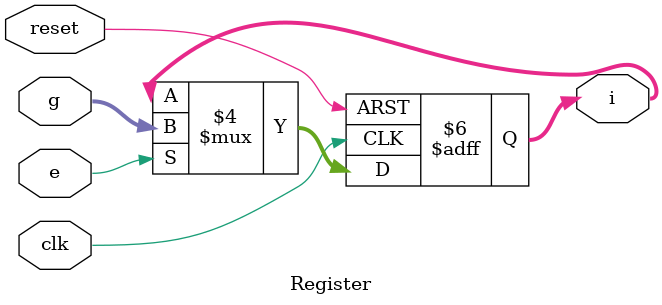
<source format=v>
module Register(
  input [7:0] g,
  input e, reset, clk,
  output reg [7:0] i
);
always@(posedge clk or posedge reset)
begin 
  if (reset == 1) 
  begin
    i <= 0;
  end
  else if (e == 1)
  begin
    i <= g;
  end
end 
endmodule

</source>
